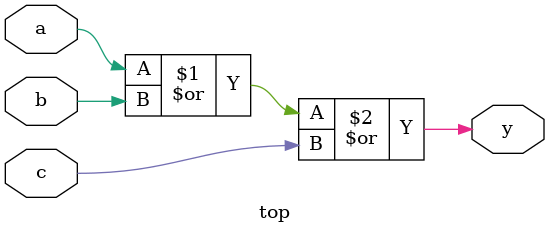
<source format=v>

module top (a, b, c, y);
input a, b, c;
output y;


or (y, a, b, c);

endmodule

</source>
